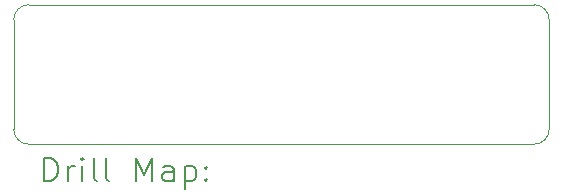
<source format=gbr>
%TF.GenerationSoftware,KiCad,Pcbnew,9.0.0*%
%TF.CreationDate,2025-06-08T16:33:55+02:00*%
%TF.ProjectId,ideswap,69646573-7761-4702-9e6b-696361645f70,A0*%
%TF.SameCoordinates,Original*%
%TF.FileFunction,Drillmap*%
%TF.FilePolarity,Positive*%
%FSLAX45Y45*%
G04 Gerber Fmt 4.5, Leading zero omitted, Abs format (unit mm)*
G04 Created by KiCad (PCBNEW 9.0.0) date 2025-06-08 16:33:55*
%MOMM*%
%LPD*%
G01*
G04 APERTURE LIST*
%ADD10C,0.050000*%
%ADD11C,0.200000*%
G04 APERTURE END LIST*
D10*
X7073900Y-4864100D02*
X7073900Y-3937000D01*
X7200900Y-3810000D02*
X11480800Y-3810000D01*
X7200900Y-4991100D02*
G75*
G02*
X7073900Y-4864100I0J127000D01*
G01*
X11480800Y-4991100D02*
X7200900Y-4991100D01*
X11607800Y-3937000D02*
X11607800Y-4864100D01*
X11607800Y-4864100D02*
G75*
G02*
X11480800Y-4991100I-127000J0D01*
G01*
X7073900Y-3937000D02*
G75*
G02*
X7200900Y-3810000I127000J0D01*
G01*
X11480800Y-3810000D02*
G75*
G02*
X11607800Y-3937000I0J-127000D01*
G01*
D11*
X7332177Y-5305084D02*
X7332177Y-5105084D01*
X7332177Y-5105084D02*
X7379796Y-5105084D01*
X7379796Y-5105084D02*
X7408367Y-5114608D01*
X7408367Y-5114608D02*
X7427415Y-5133655D01*
X7427415Y-5133655D02*
X7436939Y-5152703D01*
X7436939Y-5152703D02*
X7446462Y-5190798D01*
X7446462Y-5190798D02*
X7446462Y-5219370D01*
X7446462Y-5219370D02*
X7436939Y-5257465D01*
X7436939Y-5257465D02*
X7427415Y-5276512D01*
X7427415Y-5276512D02*
X7408367Y-5295560D01*
X7408367Y-5295560D02*
X7379796Y-5305084D01*
X7379796Y-5305084D02*
X7332177Y-5305084D01*
X7532177Y-5305084D02*
X7532177Y-5171750D01*
X7532177Y-5209846D02*
X7541701Y-5190798D01*
X7541701Y-5190798D02*
X7551224Y-5181274D01*
X7551224Y-5181274D02*
X7570272Y-5171750D01*
X7570272Y-5171750D02*
X7589320Y-5171750D01*
X7655986Y-5305084D02*
X7655986Y-5171750D01*
X7655986Y-5105084D02*
X7646462Y-5114608D01*
X7646462Y-5114608D02*
X7655986Y-5124131D01*
X7655986Y-5124131D02*
X7665510Y-5114608D01*
X7665510Y-5114608D02*
X7655986Y-5105084D01*
X7655986Y-5105084D02*
X7655986Y-5124131D01*
X7779796Y-5305084D02*
X7760748Y-5295560D01*
X7760748Y-5295560D02*
X7751224Y-5276512D01*
X7751224Y-5276512D02*
X7751224Y-5105084D01*
X7884558Y-5305084D02*
X7865510Y-5295560D01*
X7865510Y-5295560D02*
X7855986Y-5276512D01*
X7855986Y-5276512D02*
X7855986Y-5105084D01*
X8113129Y-5305084D02*
X8113129Y-5105084D01*
X8113129Y-5105084D02*
X8179796Y-5247941D01*
X8179796Y-5247941D02*
X8246462Y-5105084D01*
X8246462Y-5105084D02*
X8246462Y-5305084D01*
X8427415Y-5305084D02*
X8427415Y-5200322D01*
X8427415Y-5200322D02*
X8417891Y-5181274D01*
X8417891Y-5181274D02*
X8398844Y-5171750D01*
X8398844Y-5171750D02*
X8360748Y-5171750D01*
X8360748Y-5171750D02*
X8341701Y-5181274D01*
X8427415Y-5295560D02*
X8408367Y-5305084D01*
X8408367Y-5305084D02*
X8360748Y-5305084D01*
X8360748Y-5305084D02*
X8341701Y-5295560D01*
X8341701Y-5295560D02*
X8332177Y-5276512D01*
X8332177Y-5276512D02*
X8332177Y-5257465D01*
X8332177Y-5257465D02*
X8341701Y-5238417D01*
X8341701Y-5238417D02*
X8360748Y-5228893D01*
X8360748Y-5228893D02*
X8408367Y-5228893D01*
X8408367Y-5228893D02*
X8427415Y-5219370D01*
X8522653Y-5171750D02*
X8522653Y-5371750D01*
X8522653Y-5181274D02*
X8541701Y-5171750D01*
X8541701Y-5171750D02*
X8579796Y-5171750D01*
X8579796Y-5171750D02*
X8598844Y-5181274D01*
X8598844Y-5181274D02*
X8608367Y-5190798D01*
X8608367Y-5190798D02*
X8617891Y-5209846D01*
X8617891Y-5209846D02*
X8617891Y-5266989D01*
X8617891Y-5266989D02*
X8608367Y-5286036D01*
X8608367Y-5286036D02*
X8598844Y-5295560D01*
X8598844Y-5295560D02*
X8579796Y-5305084D01*
X8579796Y-5305084D02*
X8541701Y-5305084D01*
X8541701Y-5305084D02*
X8522653Y-5295560D01*
X8703605Y-5286036D02*
X8713129Y-5295560D01*
X8713129Y-5295560D02*
X8703605Y-5305084D01*
X8703605Y-5305084D02*
X8694082Y-5295560D01*
X8694082Y-5295560D02*
X8703605Y-5286036D01*
X8703605Y-5286036D02*
X8703605Y-5305084D01*
X8703605Y-5181274D02*
X8713129Y-5190798D01*
X8713129Y-5190798D02*
X8703605Y-5200322D01*
X8703605Y-5200322D02*
X8694082Y-5190798D01*
X8694082Y-5190798D02*
X8703605Y-5181274D01*
X8703605Y-5181274D02*
X8703605Y-5200322D01*
M02*

</source>
